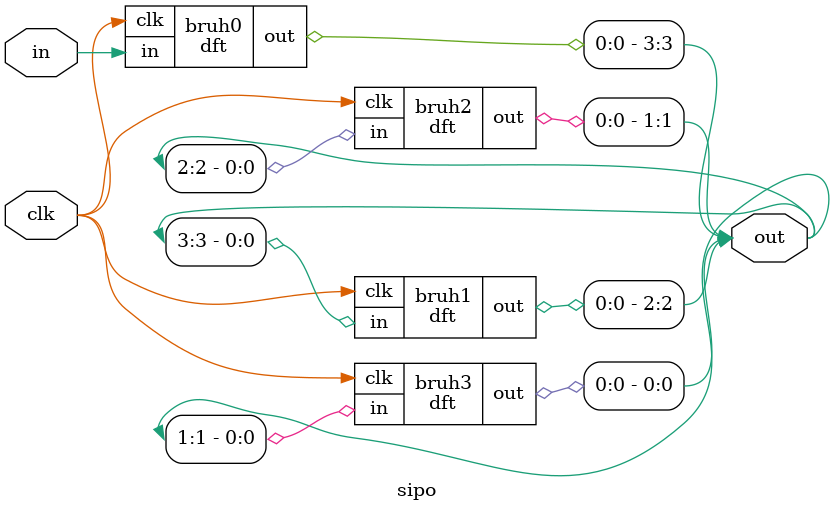
<source format=sv>
module dft(input in,clk,output out);
  reg out=0;
  always@(posedge clk)
    begin
      out <= in;
    end
endmodule

module sipo(input in,clk, output [3:0]out);
  dft bruh0(in,clk,out[3]);
  dft bruh1(out[3],clk,out[2]);
  dft bruh2(out[2],clk,out[1]);
  dft bruh3(out[1],clk,out[0]);
endmodule
</source>
